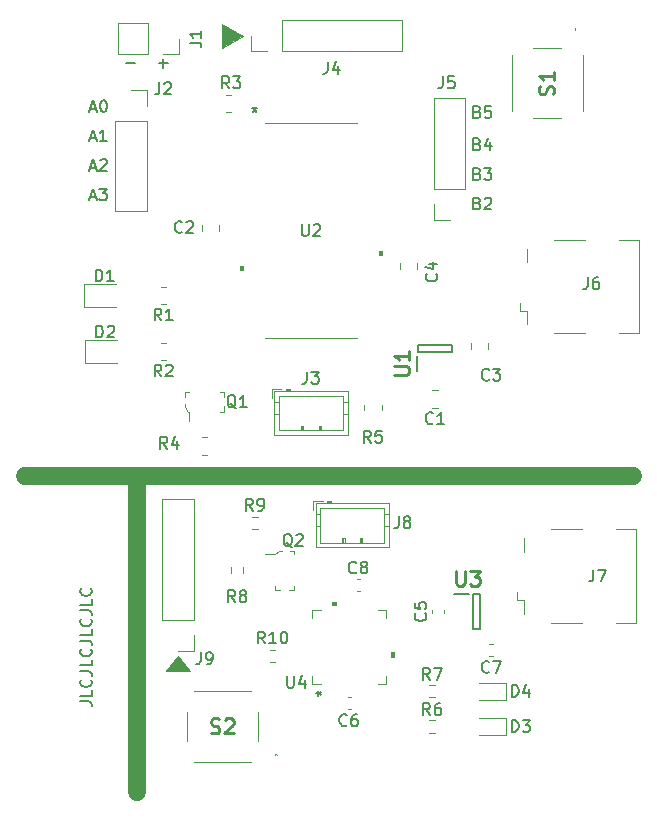
<source format=gbr>
G04 #@! TF.GenerationSoftware,KiCad,Pcbnew,(5.1.8)-1*
G04 #@! TF.CreationDate,2021-08-02T19:11:59-06:00*
G04 #@! TF.ProjectId,RCtoUSB,5243746f-5553-4422-9e6b-696361645f70,rev?*
G04 #@! TF.SameCoordinates,Original*
G04 #@! TF.FileFunction,Legend,Top*
G04 #@! TF.FilePolarity,Positive*
%FSLAX46Y46*%
G04 Gerber Fmt 4.6, Leading zero omitted, Abs format (unit mm)*
G04 Created by KiCad (PCBNEW (5.1.8)-1) date 2021-08-02 19:11:59*
%MOMM*%
%LPD*%
G01*
G04 APERTURE LIST*
%ADD10C,0.150000*%
%ADD11C,0.100000*%
%ADD12C,1.500000*%
%ADD13C,0.120000*%
%ADD14C,0.200000*%
%ADD15C,0.254000*%
G04 APERTURE END LIST*
D10*
X82452380Y-123619047D02*
X83166666Y-123619047D01*
X83309523Y-123666666D01*
X83404761Y-123761904D01*
X83452380Y-123904761D01*
X83452380Y-124000000D01*
X83452380Y-122666666D02*
X83452380Y-123142857D01*
X82452380Y-123142857D01*
X83357142Y-121761904D02*
X83404761Y-121809523D01*
X83452380Y-121952380D01*
X83452380Y-122047619D01*
X83404761Y-122190476D01*
X83309523Y-122285714D01*
X83214285Y-122333333D01*
X83023809Y-122380952D01*
X82880952Y-122380952D01*
X82690476Y-122333333D01*
X82595238Y-122285714D01*
X82500000Y-122190476D01*
X82452380Y-122047619D01*
X82452380Y-121952380D01*
X82500000Y-121809523D01*
X82547619Y-121761904D01*
X82452380Y-121047619D02*
X83166666Y-121047619D01*
X83309523Y-121095238D01*
X83404761Y-121190476D01*
X83452380Y-121333333D01*
X83452380Y-121428571D01*
X83452380Y-120095238D02*
X83452380Y-120571428D01*
X82452380Y-120571428D01*
X83357142Y-119190476D02*
X83404761Y-119238095D01*
X83452380Y-119380952D01*
X83452380Y-119476190D01*
X83404761Y-119619047D01*
X83309523Y-119714285D01*
X83214285Y-119761904D01*
X83023809Y-119809523D01*
X82880952Y-119809523D01*
X82690476Y-119761904D01*
X82595238Y-119714285D01*
X82500000Y-119619047D01*
X82452380Y-119476190D01*
X82452380Y-119380952D01*
X82500000Y-119238095D01*
X82547619Y-119190476D01*
X82452380Y-118476190D02*
X83166666Y-118476190D01*
X83309523Y-118523809D01*
X83404761Y-118619047D01*
X83452380Y-118761904D01*
X83452380Y-118857142D01*
X83452380Y-117523809D02*
X83452380Y-118000000D01*
X82452380Y-118000000D01*
X83357142Y-116619047D02*
X83404761Y-116666666D01*
X83452380Y-116809523D01*
X83452380Y-116904761D01*
X83404761Y-117047619D01*
X83309523Y-117142857D01*
X83214285Y-117190476D01*
X83023809Y-117238095D01*
X82880952Y-117238095D01*
X82690476Y-117190476D01*
X82595238Y-117142857D01*
X82500000Y-117047619D01*
X82452380Y-116904761D01*
X82452380Y-116809523D01*
X82500000Y-116666666D01*
X82547619Y-116619047D01*
X82452380Y-115904761D02*
X83166666Y-115904761D01*
X83309523Y-115952380D01*
X83404761Y-116047619D01*
X83452380Y-116190476D01*
X83452380Y-116285714D01*
X83452380Y-114952380D02*
X83452380Y-115428571D01*
X82452380Y-115428571D01*
X83357142Y-114047619D02*
X83404761Y-114095238D01*
X83452380Y-114238095D01*
X83452380Y-114333333D01*
X83404761Y-114476190D01*
X83309523Y-114571428D01*
X83214285Y-114619047D01*
X83023809Y-114666666D01*
X82880952Y-114666666D01*
X82690476Y-114619047D01*
X82595238Y-114571428D01*
X82500000Y-114476190D01*
X82452380Y-114333333D01*
X82452380Y-114238095D01*
X82500000Y-114095238D01*
X82547619Y-114047619D01*
X116095238Y-73678571D02*
X116238095Y-73726190D01*
X116285714Y-73773809D01*
X116333333Y-73869047D01*
X116333333Y-74011904D01*
X116285714Y-74107142D01*
X116238095Y-74154761D01*
X116142857Y-74202380D01*
X115761904Y-74202380D01*
X115761904Y-73202380D01*
X116095238Y-73202380D01*
X116190476Y-73250000D01*
X116238095Y-73297619D01*
X116285714Y-73392857D01*
X116285714Y-73488095D01*
X116238095Y-73583333D01*
X116190476Y-73630952D01*
X116095238Y-73678571D01*
X115761904Y-73678571D01*
X117238095Y-73202380D02*
X116761904Y-73202380D01*
X116714285Y-73678571D01*
X116761904Y-73630952D01*
X116857142Y-73583333D01*
X117095238Y-73583333D01*
X117190476Y-73630952D01*
X117238095Y-73678571D01*
X117285714Y-73773809D01*
X117285714Y-74011904D01*
X117238095Y-74107142D01*
X117190476Y-74154761D01*
X117095238Y-74202380D01*
X116857142Y-74202380D01*
X116761904Y-74154761D01*
X116714285Y-74107142D01*
X116095238Y-76428571D02*
X116238095Y-76476190D01*
X116285714Y-76523809D01*
X116333333Y-76619047D01*
X116333333Y-76761904D01*
X116285714Y-76857142D01*
X116238095Y-76904761D01*
X116142857Y-76952380D01*
X115761904Y-76952380D01*
X115761904Y-75952380D01*
X116095238Y-75952380D01*
X116190476Y-76000000D01*
X116238095Y-76047619D01*
X116285714Y-76142857D01*
X116285714Y-76238095D01*
X116238095Y-76333333D01*
X116190476Y-76380952D01*
X116095238Y-76428571D01*
X115761904Y-76428571D01*
X117190476Y-76285714D02*
X117190476Y-76952380D01*
X116952380Y-75904761D02*
X116714285Y-76619047D01*
X117333333Y-76619047D01*
X116095238Y-78928571D02*
X116238095Y-78976190D01*
X116285714Y-79023809D01*
X116333333Y-79119047D01*
X116333333Y-79261904D01*
X116285714Y-79357142D01*
X116238095Y-79404761D01*
X116142857Y-79452380D01*
X115761904Y-79452380D01*
X115761904Y-78452380D01*
X116095238Y-78452380D01*
X116190476Y-78500000D01*
X116238095Y-78547619D01*
X116285714Y-78642857D01*
X116285714Y-78738095D01*
X116238095Y-78833333D01*
X116190476Y-78880952D01*
X116095238Y-78928571D01*
X115761904Y-78928571D01*
X116666666Y-78452380D02*
X117285714Y-78452380D01*
X116952380Y-78833333D01*
X117095238Y-78833333D01*
X117190476Y-78880952D01*
X117238095Y-78928571D01*
X117285714Y-79023809D01*
X117285714Y-79261904D01*
X117238095Y-79357142D01*
X117190476Y-79404761D01*
X117095238Y-79452380D01*
X116809523Y-79452380D01*
X116714285Y-79404761D01*
X116666666Y-79357142D01*
X116095238Y-81428571D02*
X116238095Y-81476190D01*
X116285714Y-81523809D01*
X116333333Y-81619047D01*
X116333333Y-81761904D01*
X116285714Y-81857142D01*
X116238095Y-81904761D01*
X116142857Y-81952380D01*
X115761904Y-81952380D01*
X115761904Y-80952380D01*
X116095238Y-80952380D01*
X116190476Y-81000000D01*
X116238095Y-81047619D01*
X116285714Y-81142857D01*
X116285714Y-81238095D01*
X116238095Y-81333333D01*
X116190476Y-81380952D01*
X116095238Y-81428571D01*
X115761904Y-81428571D01*
X116714285Y-81047619D02*
X116761904Y-81000000D01*
X116857142Y-80952380D01*
X117095238Y-80952380D01*
X117190476Y-81000000D01*
X117238095Y-81047619D01*
X117285714Y-81142857D01*
X117285714Y-81238095D01*
X117238095Y-81380952D01*
X116666666Y-81952380D01*
X117285714Y-81952380D01*
X83285714Y-80916666D02*
X83761904Y-80916666D01*
X83190476Y-81202380D02*
X83523809Y-80202380D01*
X83857142Y-81202380D01*
X84095238Y-80202380D02*
X84714285Y-80202380D01*
X84380952Y-80583333D01*
X84523809Y-80583333D01*
X84619047Y-80630952D01*
X84666666Y-80678571D01*
X84714285Y-80773809D01*
X84714285Y-81011904D01*
X84666666Y-81107142D01*
X84619047Y-81154761D01*
X84523809Y-81202380D01*
X84238095Y-81202380D01*
X84142857Y-81154761D01*
X84095238Y-81107142D01*
X83285714Y-78416666D02*
X83761904Y-78416666D01*
X83190476Y-78702380D02*
X83523809Y-77702380D01*
X83857142Y-78702380D01*
X84142857Y-77797619D02*
X84190476Y-77750000D01*
X84285714Y-77702380D01*
X84523809Y-77702380D01*
X84619047Y-77750000D01*
X84666666Y-77797619D01*
X84714285Y-77892857D01*
X84714285Y-77988095D01*
X84666666Y-78130952D01*
X84095238Y-78702380D01*
X84714285Y-78702380D01*
X83285714Y-75916666D02*
X83761904Y-75916666D01*
X83190476Y-76202380D02*
X83523809Y-75202380D01*
X83857142Y-76202380D01*
X84714285Y-76202380D02*
X84142857Y-76202380D01*
X84428571Y-76202380D02*
X84428571Y-75202380D01*
X84333333Y-75345238D01*
X84238095Y-75440476D01*
X84142857Y-75488095D01*
X83285714Y-73416666D02*
X83761904Y-73416666D01*
X83190476Y-73702380D02*
X83523809Y-72702380D01*
X83857142Y-73702380D01*
X84380952Y-72702380D02*
X84476190Y-72702380D01*
X84571428Y-72750000D01*
X84619047Y-72797619D01*
X84666666Y-72892857D01*
X84714285Y-73083333D01*
X84714285Y-73321428D01*
X84666666Y-73511904D01*
X84619047Y-73607142D01*
X84571428Y-73654761D01*
X84476190Y-73702380D01*
X84380952Y-73702380D01*
X84285714Y-73654761D01*
X84238095Y-73607142D01*
X84190476Y-73511904D01*
X84142857Y-73321428D01*
X84142857Y-73083333D01*
X84190476Y-72892857D01*
X84238095Y-72797619D01*
X84285714Y-72750000D01*
X84380952Y-72702380D01*
X86369047Y-69571428D02*
X87130952Y-69571428D01*
X89119047Y-69571428D02*
X89880952Y-69571428D01*
X89500000Y-69952380D02*
X89500000Y-69190476D01*
D11*
G36*
X96250000Y-67250000D02*
G01*
X94500000Y-68250000D01*
X94500000Y-66250000D01*
X96250000Y-67250000D01*
G37*
X96250000Y-67250000D02*
X94500000Y-68250000D01*
X94500000Y-66250000D01*
X96250000Y-67250000D01*
G36*
X91750000Y-121000000D02*
G01*
X89750000Y-121000000D01*
X90750000Y-119750000D01*
X91750000Y-121000000D01*
G37*
X91750000Y-121000000D02*
X89750000Y-121000000D01*
X90750000Y-119750000D01*
X91750000Y-121000000D01*
D12*
X87250000Y-105250000D02*
X87250000Y-131250000D01*
X129250000Y-104500000D02*
X77750000Y-104500000D01*
D13*
X98512742Y-120272500D02*
X98987258Y-120272500D01*
X98512742Y-119227500D02*
X98987258Y-119227500D01*
X97487258Y-107977500D02*
X97012742Y-107977500D01*
X97487258Y-109022500D02*
X97012742Y-109022500D01*
X95227500Y-112262742D02*
X95227500Y-112737258D01*
X96272500Y-112262742D02*
X96272500Y-112737258D01*
X112012742Y-123272500D02*
X112487258Y-123272500D01*
X112012742Y-122227500D02*
X112487258Y-122227500D01*
X112012742Y-126272500D02*
X112487258Y-126272500D01*
X112012742Y-125227500D02*
X112487258Y-125227500D01*
X118485000Y-122015000D02*
X116200000Y-122015000D01*
X118485000Y-123485000D02*
X118485000Y-122015000D01*
X116200000Y-123485000D02*
X118485000Y-123485000D01*
X118485000Y-125015000D02*
X116200000Y-125015000D01*
X118485000Y-126485000D02*
X118485000Y-125015000D01*
X116200000Y-126485000D02*
X118485000Y-126485000D01*
X105859420Y-114260000D02*
X106140580Y-114260000D01*
X105859420Y-113240000D02*
X106140580Y-113240000D01*
X117109420Y-119760000D02*
X117390580Y-119760000D01*
X117109420Y-118740000D02*
X117390580Y-118740000D01*
X105109420Y-124260000D02*
X105390580Y-124260000D01*
X105109420Y-123240000D02*
X105390580Y-123240000D01*
X113260000Y-116140580D02*
X113260000Y-115859420D01*
X112240000Y-116140580D02*
X112240000Y-115859420D01*
D11*
G36*
X103759500Y-115190000D02*
G01*
X104140500Y-115190000D01*
X104140500Y-115444000D01*
X103759500Y-115444000D01*
X103759500Y-115190000D01*
G37*
X103759500Y-115190000D02*
X104140500Y-115190000D01*
X104140500Y-115444000D01*
X103759500Y-115444000D01*
X103759500Y-115190000D01*
G36*
X108806000Y-119840499D02*
G01*
X109060000Y-119840499D01*
X109060000Y-119459499D01*
X108806000Y-119459499D01*
X108806000Y-119840499D01*
G37*
X108806000Y-119840499D02*
X109060000Y-119840499D01*
X109060000Y-119459499D01*
X108806000Y-119459499D01*
X108806000Y-119840499D01*
D13*
X102125800Y-121435139D02*
X102125800Y-122124200D01*
X102814861Y-115875800D02*
X102125800Y-115875800D01*
X108374200Y-116564861D02*
X108374200Y-115875800D01*
X107685139Y-122124200D02*
X108374200Y-122124200D01*
X102125800Y-122124200D02*
X102814859Y-122124200D01*
X102125800Y-115875800D02*
X102125800Y-116564859D01*
X108374200Y-115875800D02*
X107685141Y-115875800D01*
X108374200Y-122124200D02*
X108374200Y-121435141D01*
D14*
X114150000Y-114500000D02*
X115350000Y-114500000D01*
X115700000Y-117460000D02*
X115700000Y-114540000D01*
X116300000Y-117460000D02*
X115700000Y-117460000D01*
X116300000Y-114540000D02*
X116300000Y-117460000D01*
X115700000Y-114540000D02*
X116300000Y-114540000D01*
D11*
G36*
X108019800Y-85464500D02*
G01*
X108019800Y-85845500D01*
X107765800Y-85845500D01*
X107765800Y-85464500D01*
X108019800Y-85464500D01*
G37*
X108019800Y-85464500D02*
X108019800Y-85845500D01*
X107765800Y-85845500D01*
X107765800Y-85464500D01*
X108019800Y-85464500D01*
G36*
X95980200Y-86734500D02*
G01*
X95980200Y-87115500D01*
X96234200Y-87115500D01*
X96234200Y-86734500D01*
X95980200Y-86734500D01*
G37*
X95980200Y-86734500D02*
X95980200Y-87115500D01*
X96234200Y-87115500D01*
X96234200Y-86734500D01*
X95980200Y-86734500D01*
D13*
X105873500Y-74669500D02*
X98126500Y-74669500D01*
X98126500Y-92830500D02*
X105873500Y-92830500D01*
D14*
X111000000Y-95600000D02*
X111000000Y-94400000D01*
X113960000Y-94050000D02*
X111040000Y-94050000D01*
X113960000Y-93450000D02*
X113960000Y-94050000D01*
X111040000Y-93450000D02*
X113960000Y-93450000D01*
X111040000Y-94050000D02*
X111040000Y-93450000D01*
D11*
X99000000Y-128150000D02*
X99000000Y-128150000D01*
X99100000Y-128150000D02*
X99100000Y-128150000D01*
X97495000Y-126950000D02*
X97500000Y-124550000D01*
X91500000Y-126950000D02*
X91500000Y-124550000D01*
X92100000Y-122750000D02*
X96900000Y-122750000D01*
X92100000Y-128745000D02*
X96900000Y-128745000D01*
X99100000Y-128150000D02*
G75*
G02*
X99000000Y-128150000I-50000J0D01*
G01*
X99000000Y-128150000D02*
G75*
G02*
X99100000Y-128150000I50000J0D01*
G01*
X124400000Y-66750000D02*
X124400000Y-66750000D01*
X124400000Y-66650000D02*
X124400000Y-66650000D01*
X123200000Y-68255000D02*
X120800000Y-68250000D01*
X123200000Y-74250000D02*
X120800000Y-74250000D01*
X119000000Y-73650000D02*
X119000000Y-68850000D01*
X124995000Y-73650000D02*
X124995000Y-68850000D01*
X124400000Y-66650000D02*
G75*
G02*
X124400000Y-66750000I0J-50000D01*
G01*
X124400000Y-66750000D02*
G75*
G02*
X124400000Y-66650000I0J50000D01*
G01*
D13*
X107985000Y-98977064D02*
X107985000Y-98522936D01*
X106515000Y-98977064D02*
X106515000Y-98522936D01*
X92772936Y-102735000D02*
X93227064Y-102735000D01*
X92772936Y-101265000D02*
X93227064Y-101265000D01*
X95227064Y-72265000D02*
X94772936Y-72265000D01*
X95227064Y-73735000D02*
X94772936Y-73735000D01*
X89727064Y-93265000D02*
X89272936Y-93265000D01*
X89727064Y-94735000D02*
X89272936Y-94735000D01*
X89727064Y-88515000D02*
X89272936Y-88515000D01*
X89727064Y-89985000D02*
X89272936Y-89985000D01*
D11*
X100575000Y-110850000D02*
X100575000Y-111150000D01*
X100200000Y-110850000D02*
X100575000Y-110850000D01*
X100575000Y-114150000D02*
X100125000Y-114150000D01*
X100575000Y-113850000D02*
X100575000Y-114150000D01*
X100575000Y-113925000D02*
X100575000Y-113800000D01*
X98925000Y-114150000D02*
X98925000Y-113800000D01*
X99400000Y-114150000D02*
X98925000Y-114150000D01*
X98925000Y-111175000D02*
X98150000Y-111175000D01*
X98925000Y-111125000D02*
X98925000Y-111175000D01*
X99300000Y-110850000D02*
X98925000Y-111125000D01*
X99575000Y-110850000D02*
X99300000Y-110850000D01*
X91350000Y-97425000D02*
X91650000Y-97425000D01*
X91350000Y-97800000D02*
X91350000Y-97425000D01*
X94650000Y-97425000D02*
X94650000Y-97875000D01*
X94350000Y-97425000D02*
X94650000Y-97425000D01*
X94425000Y-97425000D02*
X94300000Y-97425000D01*
X94650000Y-99075000D02*
X94300000Y-99075000D01*
X94650000Y-98600000D02*
X94650000Y-99075000D01*
X91675000Y-99075000D02*
X91675000Y-99850000D01*
X91625000Y-99075000D02*
X91675000Y-99075000D01*
X91350000Y-98700000D02*
X91625000Y-99075000D01*
X91350000Y-98425000D02*
X91350000Y-98700000D01*
D13*
X92080000Y-119330000D02*
X90750000Y-119330000D01*
X92080000Y-118000000D02*
X92080000Y-119330000D01*
X92080000Y-116730000D02*
X89420000Y-116730000D01*
X89420000Y-116730000D02*
X89420000Y-106510000D01*
X92080000Y-116730000D02*
X92080000Y-106510000D01*
X92080000Y-106510000D02*
X89420000Y-106510000D01*
X102190000Y-106640000D02*
X102190000Y-107440000D01*
X102990000Y-106640000D02*
X102190000Y-106640000D01*
X106250000Y-110160000D02*
X106250000Y-109760000D01*
X106350000Y-109760000D02*
X106350000Y-110160000D01*
X106150000Y-109760000D02*
X106350000Y-109760000D01*
X106150000Y-110160000D02*
X106150000Y-109760000D01*
X104750000Y-110160000D02*
X104750000Y-109760000D01*
X104850000Y-109760000D02*
X104850000Y-110160000D01*
X104650000Y-109760000D02*
X104850000Y-109760000D01*
X104650000Y-110160000D02*
X104650000Y-109760000D01*
X108610000Y-108750000D02*
X108210000Y-108750000D01*
X108610000Y-107750000D02*
X108210000Y-107750000D01*
X102390000Y-108750000D02*
X102790000Y-108750000D01*
X102390000Y-107750000D02*
X102790000Y-107750000D01*
X108210000Y-107240000D02*
X102790000Y-107240000D01*
X108210000Y-110160000D02*
X108210000Y-107240000D01*
X102790000Y-110160000D02*
X108210000Y-110160000D01*
X102790000Y-107240000D02*
X102790000Y-110160000D01*
X103700000Y-106740000D02*
X103400000Y-106740000D01*
X103400000Y-106640000D02*
X103400000Y-106840000D01*
X103700000Y-106640000D02*
X103400000Y-106640000D01*
X103700000Y-106840000D02*
X103700000Y-106640000D01*
X108610000Y-106840000D02*
X102390000Y-106840000D01*
X108610000Y-110560000D02*
X108610000Y-106840000D01*
X102390000Y-110560000D02*
X108610000Y-110560000D01*
X102390000Y-106840000D02*
X102390000Y-110560000D01*
X129510000Y-109040000D02*
X127850000Y-109040000D01*
X129510000Y-116960000D02*
X129510000Y-109040000D01*
X127850000Y-116960000D02*
X129510000Y-116960000D01*
X120040000Y-110950000D02*
X120040000Y-109800000D01*
X119450000Y-115050000D02*
X119450000Y-114350000D01*
X120040000Y-115050000D02*
X119450000Y-115050000D01*
X120040000Y-116200000D02*
X120040000Y-115050000D01*
X122350000Y-109040000D02*
X124950000Y-109040000D01*
X124950000Y-116960000D02*
X122350000Y-116960000D01*
X129760000Y-84540000D02*
X128100000Y-84540000D01*
X129760000Y-92460000D02*
X129760000Y-84540000D01*
X128100000Y-92460000D02*
X129760000Y-92460000D01*
X120290000Y-86450000D02*
X120290000Y-85300000D01*
X119700000Y-90550000D02*
X119700000Y-89850000D01*
X120290000Y-90550000D02*
X119700000Y-90550000D01*
X120290000Y-91700000D02*
X120290000Y-90550000D01*
X122600000Y-84540000D02*
X125200000Y-84540000D01*
X125200000Y-92460000D02*
X122600000Y-92460000D01*
X113750000Y-82830000D02*
X112420000Y-82830000D01*
X112420000Y-82830000D02*
X112420000Y-81500000D01*
X112420000Y-80230000D02*
X112420000Y-72550000D01*
X115080000Y-72550000D02*
X112420000Y-72550000D01*
X115080000Y-80230000D02*
X115080000Y-72550000D01*
X115080000Y-80230000D02*
X112420000Y-80230000D01*
X96920000Y-68580000D02*
X96920000Y-67250000D01*
X98250000Y-68580000D02*
X96920000Y-68580000D01*
X99520000Y-68580000D02*
X99520000Y-65920000D01*
X99520000Y-65920000D02*
X109740000Y-65920000D01*
X99520000Y-68580000D02*
X109740000Y-68580000D01*
X109740000Y-68580000D02*
X109740000Y-65920000D01*
X98690000Y-97140000D02*
X98690000Y-97940000D01*
X99490000Y-97140000D02*
X98690000Y-97140000D01*
X102750000Y-100660000D02*
X102750000Y-100260000D01*
X102850000Y-100260000D02*
X102850000Y-100660000D01*
X102650000Y-100260000D02*
X102850000Y-100260000D01*
X102650000Y-100660000D02*
X102650000Y-100260000D01*
X101250000Y-100660000D02*
X101250000Y-100260000D01*
X101350000Y-100260000D02*
X101350000Y-100660000D01*
X101150000Y-100260000D02*
X101350000Y-100260000D01*
X101150000Y-100660000D02*
X101150000Y-100260000D01*
X105110000Y-99250000D02*
X104710000Y-99250000D01*
X105110000Y-98250000D02*
X104710000Y-98250000D01*
X98890000Y-99250000D02*
X99290000Y-99250000D01*
X98890000Y-98250000D02*
X99290000Y-98250000D01*
X104710000Y-97740000D02*
X99290000Y-97740000D01*
X104710000Y-100660000D02*
X104710000Y-97740000D01*
X99290000Y-100660000D02*
X104710000Y-100660000D01*
X99290000Y-97740000D02*
X99290000Y-100660000D01*
X100200000Y-97240000D02*
X99900000Y-97240000D01*
X99900000Y-97140000D02*
X99900000Y-97340000D01*
X100200000Y-97140000D02*
X99900000Y-97140000D01*
X100200000Y-97340000D02*
X100200000Y-97140000D01*
X105110000Y-97340000D02*
X98890000Y-97340000D01*
X105110000Y-101060000D02*
X105110000Y-97340000D01*
X98890000Y-101060000D02*
X105110000Y-101060000D01*
X98890000Y-97340000D02*
X98890000Y-101060000D01*
X86750000Y-71840000D02*
X88080000Y-71840000D01*
X88080000Y-71840000D02*
X88080000Y-73170000D01*
X88080000Y-74440000D02*
X88080000Y-82120000D01*
X85420000Y-82120000D02*
X88080000Y-82120000D01*
X85420000Y-74440000D02*
X85420000Y-82120000D01*
X85420000Y-74440000D02*
X88080000Y-74440000D01*
X90830000Y-67500000D02*
X90830000Y-68830000D01*
X90830000Y-68830000D02*
X89500000Y-68830000D01*
X88230000Y-68830000D02*
X85630000Y-68830000D01*
X85630000Y-66170000D02*
X85630000Y-68830000D01*
X88230000Y-66170000D02*
X85630000Y-66170000D01*
X88230000Y-66170000D02*
X88230000Y-68830000D01*
X82877500Y-94960000D02*
X85562500Y-94960000D01*
X82877500Y-93040000D02*
X82877500Y-94960000D01*
X85562500Y-93040000D02*
X82877500Y-93040000D01*
X82815000Y-90210000D02*
X85500000Y-90210000D01*
X82815000Y-88290000D02*
X82815000Y-90210000D01*
X85500000Y-88290000D02*
X82815000Y-88290000D01*
X109515000Y-86488748D02*
X109515000Y-87011252D01*
X110985000Y-86488748D02*
X110985000Y-87011252D01*
X115515000Y-93238748D02*
X115515000Y-93761252D01*
X116985000Y-93238748D02*
X116985000Y-93761252D01*
X92765000Y-83238748D02*
X92765000Y-83761252D01*
X94235000Y-83238748D02*
X94235000Y-83761252D01*
X112761252Y-97265000D02*
X112238748Y-97265000D01*
X112761252Y-98735000D02*
X112238748Y-98735000D01*
D10*
X98107142Y-118702380D02*
X97773809Y-118226190D01*
X97535714Y-118702380D02*
X97535714Y-117702380D01*
X97916666Y-117702380D01*
X98011904Y-117750000D01*
X98059523Y-117797619D01*
X98107142Y-117892857D01*
X98107142Y-118035714D01*
X98059523Y-118130952D01*
X98011904Y-118178571D01*
X97916666Y-118226190D01*
X97535714Y-118226190D01*
X99059523Y-118702380D02*
X98488095Y-118702380D01*
X98773809Y-118702380D02*
X98773809Y-117702380D01*
X98678571Y-117845238D01*
X98583333Y-117940476D01*
X98488095Y-117988095D01*
X99678571Y-117702380D02*
X99773809Y-117702380D01*
X99869047Y-117750000D01*
X99916666Y-117797619D01*
X99964285Y-117892857D01*
X100011904Y-118083333D01*
X100011904Y-118321428D01*
X99964285Y-118511904D01*
X99916666Y-118607142D01*
X99869047Y-118654761D01*
X99773809Y-118702380D01*
X99678571Y-118702380D01*
X99583333Y-118654761D01*
X99535714Y-118607142D01*
X99488095Y-118511904D01*
X99440476Y-118321428D01*
X99440476Y-118083333D01*
X99488095Y-117892857D01*
X99535714Y-117797619D01*
X99583333Y-117750000D01*
X99678571Y-117702380D01*
X97083333Y-107452380D02*
X96750000Y-106976190D01*
X96511904Y-107452380D02*
X96511904Y-106452380D01*
X96892857Y-106452380D01*
X96988095Y-106500000D01*
X97035714Y-106547619D01*
X97083333Y-106642857D01*
X97083333Y-106785714D01*
X97035714Y-106880952D01*
X96988095Y-106928571D01*
X96892857Y-106976190D01*
X96511904Y-106976190D01*
X97559523Y-107452380D02*
X97750000Y-107452380D01*
X97845238Y-107404761D01*
X97892857Y-107357142D01*
X97988095Y-107214285D01*
X98035714Y-107023809D01*
X98035714Y-106642857D01*
X97988095Y-106547619D01*
X97940476Y-106500000D01*
X97845238Y-106452380D01*
X97654761Y-106452380D01*
X97559523Y-106500000D01*
X97511904Y-106547619D01*
X97464285Y-106642857D01*
X97464285Y-106880952D01*
X97511904Y-106976190D01*
X97559523Y-107023809D01*
X97654761Y-107071428D01*
X97845238Y-107071428D01*
X97940476Y-107023809D01*
X97988095Y-106976190D01*
X98035714Y-106880952D01*
X95583333Y-115202380D02*
X95250000Y-114726190D01*
X95011904Y-115202380D02*
X95011904Y-114202380D01*
X95392857Y-114202380D01*
X95488095Y-114250000D01*
X95535714Y-114297619D01*
X95583333Y-114392857D01*
X95583333Y-114535714D01*
X95535714Y-114630952D01*
X95488095Y-114678571D01*
X95392857Y-114726190D01*
X95011904Y-114726190D01*
X96154761Y-114630952D02*
X96059523Y-114583333D01*
X96011904Y-114535714D01*
X95964285Y-114440476D01*
X95964285Y-114392857D01*
X96011904Y-114297619D01*
X96059523Y-114250000D01*
X96154761Y-114202380D01*
X96345238Y-114202380D01*
X96440476Y-114250000D01*
X96488095Y-114297619D01*
X96535714Y-114392857D01*
X96535714Y-114440476D01*
X96488095Y-114535714D01*
X96440476Y-114583333D01*
X96345238Y-114630952D01*
X96154761Y-114630952D01*
X96059523Y-114678571D01*
X96011904Y-114726190D01*
X95964285Y-114821428D01*
X95964285Y-115011904D01*
X96011904Y-115107142D01*
X96059523Y-115154761D01*
X96154761Y-115202380D01*
X96345238Y-115202380D01*
X96440476Y-115154761D01*
X96488095Y-115107142D01*
X96535714Y-115011904D01*
X96535714Y-114821428D01*
X96488095Y-114726190D01*
X96440476Y-114678571D01*
X96345238Y-114630952D01*
X112083333Y-121772380D02*
X111750000Y-121296190D01*
X111511904Y-121772380D02*
X111511904Y-120772380D01*
X111892857Y-120772380D01*
X111988095Y-120820000D01*
X112035714Y-120867619D01*
X112083333Y-120962857D01*
X112083333Y-121105714D01*
X112035714Y-121200952D01*
X111988095Y-121248571D01*
X111892857Y-121296190D01*
X111511904Y-121296190D01*
X112416666Y-120772380D02*
X113083333Y-120772380D01*
X112654761Y-121772380D01*
X112083333Y-124772380D02*
X111750000Y-124296190D01*
X111511904Y-124772380D02*
X111511904Y-123772380D01*
X111892857Y-123772380D01*
X111988095Y-123820000D01*
X112035714Y-123867619D01*
X112083333Y-123962857D01*
X112083333Y-124105714D01*
X112035714Y-124200952D01*
X111988095Y-124248571D01*
X111892857Y-124296190D01*
X111511904Y-124296190D01*
X112940476Y-123772380D02*
X112750000Y-123772380D01*
X112654761Y-123820000D01*
X112607142Y-123867619D01*
X112511904Y-124010476D01*
X112464285Y-124200952D01*
X112464285Y-124581904D01*
X112511904Y-124677142D01*
X112559523Y-124724761D01*
X112654761Y-124772380D01*
X112845238Y-124772380D01*
X112940476Y-124724761D01*
X112988095Y-124677142D01*
X113035714Y-124581904D01*
X113035714Y-124343809D01*
X112988095Y-124248571D01*
X112940476Y-124200952D01*
X112845238Y-124153333D01*
X112654761Y-124153333D01*
X112559523Y-124200952D01*
X112511904Y-124248571D01*
X112464285Y-124343809D01*
X119011904Y-123202380D02*
X119011904Y-122202380D01*
X119250000Y-122202380D01*
X119392857Y-122250000D01*
X119488095Y-122345238D01*
X119535714Y-122440476D01*
X119583333Y-122630952D01*
X119583333Y-122773809D01*
X119535714Y-122964285D01*
X119488095Y-123059523D01*
X119392857Y-123154761D01*
X119250000Y-123202380D01*
X119011904Y-123202380D01*
X120440476Y-122535714D02*
X120440476Y-123202380D01*
X120202380Y-122154761D02*
X119964285Y-122869047D01*
X120583333Y-122869047D01*
X119011904Y-126202380D02*
X119011904Y-125202380D01*
X119250000Y-125202380D01*
X119392857Y-125250000D01*
X119488095Y-125345238D01*
X119535714Y-125440476D01*
X119583333Y-125630952D01*
X119583333Y-125773809D01*
X119535714Y-125964285D01*
X119488095Y-126059523D01*
X119392857Y-126154761D01*
X119250000Y-126202380D01*
X119011904Y-126202380D01*
X119916666Y-125202380D02*
X120535714Y-125202380D01*
X120202380Y-125583333D01*
X120345238Y-125583333D01*
X120440476Y-125630952D01*
X120488095Y-125678571D01*
X120535714Y-125773809D01*
X120535714Y-126011904D01*
X120488095Y-126107142D01*
X120440476Y-126154761D01*
X120345238Y-126202380D01*
X120059523Y-126202380D01*
X119964285Y-126154761D01*
X119916666Y-126107142D01*
X105833333Y-112677142D02*
X105785714Y-112724761D01*
X105642857Y-112772380D01*
X105547619Y-112772380D01*
X105404761Y-112724761D01*
X105309523Y-112629523D01*
X105261904Y-112534285D01*
X105214285Y-112343809D01*
X105214285Y-112200952D01*
X105261904Y-112010476D01*
X105309523Y-111915238D01*
X105404761Y-111820000D01*
X105547619Y-111772380D01*
X105642857Y-111772380D01*
X105785714Y-111820000D01*
X105833333Y-111867619D01*
X106404761Y-112200952D02*
X106309523Y-112153333D01*
X106261904Y-112105714D01*
X106214285Y-112010476D01*
X106214285Y-111962857D01*
X106261904Y-111867619D01*
X106309523Y-111820000D01*
X106404761Y-111772380D01*
X106595238Y-111772380D01*
X106690476Y-111820000D01*
X106738095Y-111867619D01*
X106785714Y-111962857D01*
X106785714Y-112010476D01*
X106738095Y-112105714D01*
X106690476Y-112153333D01*
X106595238Y-112200952D01*
X106404761Y-112200952D01*
X106309523Y-112248571D01*
X106261904Y-112296190D01*
X106214285Y-112391428D01*
X106214285Y-112581904D01*
X106261904Y-112677142D01*
X106309523Y-112724761D01*
X106404761Y-112772380D01*
X106595238Y-112772380D01*
X106690476Y-112724761D01*
X106738095Y-112677142D01*
X106785714Y-112581904D01*
X106785714Y-112391428D01*
X106738095Y-112296190D01*
X106690476Y-112248571D01*
X106595238Y-112200952D01*
X117083333Y-121107142D02*
X117035714Y-121154761D01*
X116892857Y-121202380D01*
X116797619Y-121202380D01*
X116654761Y-121154761D01*
X116559523Y-121059523D01*
X116511904Y-120964285D01*
X116464285Y-120773809D01*
X116464285Y-120630952D01*
X116511904Y-120440476D01*
X116559523Y-120345238D01*
X116654761Y-120250000D01*
X116797619Y-120202380D01*
X116892857Y-120202380D01*
X117035714Y-120250000D01*
X117083333Y-120297619D01*
X117416666Y-120202380D02*
X118083333Y-120202380D01*
X117654761Y-121202380D01*
X105033333Y-125607142D02*
X104985714Y-125654761D01*
X104842857Y-125702380D01*
X104747619Y-125702380D01*
X104604761Y-125654761D01*
X104509523Y-125559523D01*
X104461904Y-125464285D01*
X104414285Y-125273809D01*
X104414285Y-125130952D01*
X104461904Y-124940476D01*
X104509523Y-124845238D01*
X104604761Y-124750000D01*
X104747619Y-124702380D01*
X104842857Y-124702380D01*
X104985714Y-124750000D01*
X105033333Y-124797619D01*
X105890476Y-124702380D02*
X105700000Y-124702380D01*
X105604761Y-124750000D01*
X105557142Y-124797619D01*
X105461904Y-124940476D01*
X105414285Y-125130952D01*
X105414285Y-125511904D01*
X105461904Y-125607142D01*
X105509523Y-125654761D01*
X105604761Y-125702380D01*
X105795238Y-125702380D01*
X105890476Y-125654761D01*
X105938095Y-125607142D01*
X105985714Y-125511904D01*
X105985714Y-125273809D01*
X105938095Y-125178571D01*
X105890476Y-125130952D01*
X105795238Y-125083333D01*
X105604761Y-125083333D01*
X105509523Y-125130952D01*
X105461904Y-125178571D01*
X105414285Y-125273809D01*
X111677142Y-116166666D02*
X111724761Y-116214285D01*
X111772380Y-116357142D01*
X111772380Y-116452380D01*
X111724761Y-116595238D01*
X111629523Y-116690476D01*
X111534285Y-116738095D01*
X111343809Y-116785714D01*
X111200952Y-116785714D01*
X111010476Y-116738095D01*
X110915238Y-116690476D01*
X110820000Y-116595238D01*
X110772380Y-116452380D01*
X110772380Y-116357142D01*
X110820000Y-116214285D01*
X110867619Y-116166666D01*
X110772380Y-115261904D02*
X110772380Y-115738095D01*
X111248571Y-115785714D01*
X111200952Y-115738095D01*
X111153333Y-115642857D01*
X111153333Y-115404761D01*
X111200952Y-115309523D01*
X111248571Y-115261904D01*
X111343809Y-115214285D01*
X111581904Y-115214285D01*
X111677142Y-115261904D01*
X111724761Y-115309523D01*
X111772380Y-115404761D01*
X111772380Y-115642857D01*
X111724761Y-115738095D01*
X111677142Y-115785714D01*
X99988095Y-121452380D02*
X99988095Y-122261904D01*
X100035714Y-122357142D01*
X100083333Y-122404761D01*
X100178571Y-122452380D01*
X100369047Y-122452380D01*
X100464285Y-122404761D01*
X100511904Y-122357142D01*
X100559523Y-122261904D01*
X100559523Y-121452380D01*
X101464285Y-121785714D02*
X101464285Y-122452380D01*
X101226190Y-121404761D02*
X100988095Y-122119047D01*
X101607142Y-122119047D01*
X102427380Y-122937000D02*
X102665476Y-122937000D01*
X102570238Y-123175095D02*
X102665476Y-122937000D01*
X102570238Y-122698904D01*
X102855952Y-123079857D02*
X102665476Y-122937000D01*
X102855952Y-122794142D01*
X102427380Y-122937000D02*
X102665476Y-122937000D01*
X102570238Y-123175095D02*
X102665476Y-122937000D01*
X102570238Y-122698904D01*
X102855952Y-123079857D02*
X102665476Y-122937000D01*
X102855952Y-122794142D01*
D15*
X114282380Y-112554523D02*
X114282380Y-113582619D01*
X114342857Y-113703571D01*
X114403333Y-113764047D01*
X114524285Y-113824523D01*
X114766190Y-113824523D01*
X114887142Y-113764047D01*
X114947619Y-113703571D01*
X115008095Y-113582619D01*
X115008095Y-112554523D01*
X115491904Y-112554523D02*
X116278095Y-112554523D01*
X115854761Y-113038333D01*
X116036190Y-113038333D01*
X116157142Y-113098809D01*
X116217619Y-113159285D01*
X116278095Y-113280238D01*
X116278095Y-113582619D01*
X116217619Y-113703571D01*
X116157142Y-113764047D01*
X116036190Y-113824523D01*
X115673333Y-113824523D01*
X115552380Y-113764047D01*
X115491904Y-113703571D01*
D10*
X101238095Y-83202380D02*
X101238095Y-84011904D01*
X101285714Y-84107142D01*
X101333333Y-84154761D01*
X101428571Y-84202380D01*
X101619047Y-84202380D01*
X101714285Y-84154761D01*
X101761904Y-84107142D01*
X101809523Y-84011904D01*
X101809523Y-83202380D01*
X102238095Y-83297619D02*
X102285714Y-83250000D01*
X102380952Y-83202380D01*
X102619047Y-83202380D01*
X102714285Y-83250000D01*
X102761904Y-83297619D01*
X102809523Y-83392857D01*
X102809523Y-83488095D01*
X102761904Y-83630952D01*
X102190476Y-84202380D01*
X102809523Y-84202380D01*
X97224800Y-73245580D02*
X97224800Y-73483676D01*
X96986704Y-73388438D02*
X97224800Y-73483676D01*
X97462895Y-73388438D01*
X97081942Y-73674152D02*
X97224800Y-73483676D01*
X97367657Y-73674152D01*
X97224800Y-73245580D02*
X97224800Y-73483676D01*
X96986704Y-73388438D02*
X97224800Y-73483676D01*
X97462895Y-73388438D01*
X97081942Y-73674152D02*
X97224800Y-73483676D01*
X97367657Y-73674152D01*
D15*
X109054523Y-95967619D02*
X110082619Y-95967619D01*
X110203571Y-95907142D01*
X110264047Y-95846666D01*
X110324523Y-95725714D01*
X110324523Y-95483809D01*
X110264047Y-95362857D01*
X110203571Y-95302380D01*
X110082619Y-95241904D01*
X109054523Y-95241904D01*
X110324523Y-93971904D02*
X110324523Y-94697619D01*
X110324523Y-94334761D02*
X109054523Y-94334761D01*
X109235952Y-94455714D01*
X109356904Y-94576666D01*
X109417380Y-94697619D01*
X93532380Y-126264047D02*
X93713809Y-126324523D01*
X94016190Y-126324523D01*
X94137142Y-126264047D01*
X94197619Y-126203571D01*
X94258095Y-126082619D01*
X94258095Y-125961666D01*
X94197619Y-125840714D01*
X94137142Y-125780238D01*
X94016190Y-125719761D01*
X93774285Y-125659285D01*
X93653333Y-125598809D01*
X93592857Y-125538333D01*
X93532380Y-125417380D01*
X93532380Y-125296428D01*
X93592857Y-125175476D01*
X93653333Y-125115000D01*
X93774285Y-125054523D01*
X94076666Y-125054523D01*
X94258095Y-125115000D01*
X94741904Y-125175476D02*
X94802380Y-125115000D01*
X94923333Y-125054523D01*
X95225714Y-125054523D01*
X95346666Y-125115000D01*
X95407142Y-125175476D01*
X95467619Y-125296428D01*
X95467619Y-125417380D01*
X95407142Y-125598809D01*
X94681428Y-126324523D01*
X95467619Y-126324523D01*
X122514047Y-72217619D02*
X122574523Y-72036190D01*
X122574523Y-71733809D01*
X122514047Y-71612857D01*
X122453571Y-71552380D01*
X122332619Y-71491904D01*
X122211666Y-71491904D01*
X122090714Y-71552380D01*
X122030238Y-71612857D01*
X121969761Y-71733809D01*
X121909285Y-71975714D01*
X121848809Y-72096666D01*
X121788333Y-72157142D01*
X121667380Y-72217619D01*
X121546428Y-72217619D01*
X121425476Y-72157142D01*
X121365000Y-72096666D01*
X121304523Y-71975714D01*
X121304523Y-71673333D01*
X121365000Y-71491904D01*
X122574523Y-70282380D02*
X122574523Y-71008095D01*
X122574523Y-70645238D02*
X121304523Y-70645238D01*
X121485952Y-70766190D01*
X121606904Y-70887142D01*
X121667380Y-71008095D01*
D10*
X107083333Y-101702380D02*
X106750000Y-101226190D01*
X106511904Y-101702380D02*
X106511904Y-100702380D01*
X106892857Y-100702380D01*
X106988095Y-100750000D01*
X107035714Y-100797619D01*
X107083333Y-100892857D01*
X107083333Y-101035714D01*
X107035714Y-101130952D01*
X106988095Y-101178571D01*
X106892857Y-101226190D01*
X106511904Y-101226190D01*
X107988095Y-100702380D02*
X107511904Y-100702380D01*
X107464285Y-101178571D01*
X107511904Y-101130952D01*
X107607142Y-101083333D01*
X107845238Y-101083333D01*
X107940476Y-101130952D01*
X107988095Y-101178571D01*
X108035714Y-101273809D01*
X108035714Y-101511904D01*
X107988095Y-101607142D01*
X107940476Y-101654761D01*
X107845238Y-101702380D01*
X107607142Y-101702380D01*
X107511904Y-101654761D01*
X107464285Y-101607142D01*
X89833333Y-102202380D02*
X89500000Y-101726190D01*
X89261904Y-102202380D02*
X89261904Y-101202380D01*
X89642857Y-101202380D01*
X89738095Y-101250000D01*
X89785714Y-101297619D01*
X89833333Y-101392857D01*
X89833333Y-101535714D01*
X89785714Y-101630952D01*
X89738095Y-101678571D01*
X89642857Y-101726190D01*
X89261904Y-101726190D01*
X90690476Y-101535714D02*
X90690476Y-102202380D01*
X90452380Y-101154761D02*
X90214285Y-101869047D01*
X90833333Y-101869047D01*
X95083333Y-71702380D02*
X94750000Y-71226190D01*
X94511904Y-71702380D02*
X94511904Y-70702380D01*
X94892857Y-70702380D01*
X94988095Y-70750000D01*
X95035714Y-70797619D01*
X95083333Y-70892857D01*
X95083333Y-71035714D01*
X95035714Y-71130952D01*
X94988095Y-71178571D01*
X94892857Y-71226190D01*
X94511904Y-71226190D01*
X95416666Y-70702380D02*
X96035714Y-70702380D01*
X95702380Y-71083333D01*
X95845238Y-71083333D01*
X95940476Y-71130952D01*
X95988095Y-71178571D01*
X96035714Y-71273809D01*
X96035714Y-71511904D01*
X95988095Y-71607142D01*
X95940476Y-71654761D01*
X95845238Y-71702380D01*
X95559523Y-71702380D01*
X95464285Y-71654761D01*
X95416666Y-71607142D01*
X89333333Y-96102380D02*
X89000000Y-95626190D01*
X88761904Y-96102380D02*
X88761904Y-95102380D01*
X89142857Y-95102380D01*
X89238095Y-95150000D01*
X89285714Y-95197619D01*
X89333333Y-95292857D01*
X89333333Y-95435714D01*
X89285714Y-95530952D01*
X89238095Y-95578571D01*
X89142857Y-95626190D01*
X88761904Y-95626190D01*
X89714285Y-95197619D02*
X89761904Y-95150000D01*
X89857142Y-95102380D01*
X90095238Y-95102380D01*
X90190476Y-95150000D01*
X90238095Y-95197619D01*
X90285714Y-95292857D01*
X90285714Y-95388095D01*
X90238095Y-95530952D01*
X89666666Y-96102380D01*
X90285714Y-96102380D01*
X89333333Y-91352380D02*
X89000000Y-90876190D01*
X88761904Y-91352380D02*
X88761904Y-90352380D01*
X89142857Y-90352380D01*
X89238095Y-90400000D01*
X89285714Y-90447619D01*
X89333333Y-90542857D01*
X89333333Y-90685714D01*
X89285714Y-90780952D01*
X89238095Y-90828571D01*
X89142857Y-90876190D01*
X88761904Y-90876190D01*
X90285714Y-91352380D02*
X89714285Y-91352380D01*
X90000000Y-91352380D02*
X90000000Y-90352380D01*
X89904761Y-90495238D01*
X89809523Y-90590476D01*
X89714285Y-90638095D01*
X100404761Y-110547619D02*
X100309523Y-110500000D01*
X100214285Y-110404761D01*
X100071428Y-110261904D01*
X99976190Y-110214285D01*
X99880952Y-110214285D01*
X99928571Y-110452380D02*
X99833333Y-110404761D01*
X99738095Y-110309523D01*
X99690476Y-110119047D01*
X99690476Y-109785714D01*
X99738095Y-109595238D01*
X99833333Y-109500000D01*
X99928571Y-109452380D01*
X100119047Y-109452380D01*
X100214285Y-109500000D01*
X100309523Y-109595238D01*
X100357142Y-109785714D01*
X100357142Y-110119047D01*
X100309523Y-110309523D01*
X100214285Y-110404761D01*
X100119047Y-110452380D01*
X99928571Y-110452380D01*
X100738095Y-109547619D02*
X100785714Y-109500000D01*
X100880952Y-109452380D01*
X101119047Y-109452380D01*
X101214285Y-109500000D01*
X101261904Y-109547619D01*
X101309523Y-109642857D01*
X101309523Y-109738095D01*
X101261904Y-109880952D01*
X100690476Y-110452380D01*
X101309523Y-110452380D01*
X95654761Y-98797619D02*
X95559523Y-98750000D01*
X95464285Y-98654761D01*
X95321428Y-98511904D01*
X95226190Y-98464285D01*
X95130952Y-98464285D01*
X95178571Y-98702380D02*
X95083333Y-98654761D01*
X94988095Y-98559523D01*
X94940476Y-98369047D01*
X94940476Y-98035714D01*
X94988095Y-97845238D01*
X95083333Y-97750000D01*
X95178571Y-97702380D01*
X95369047Y-97702380D01*
X95464285Y-97750000D01*
X95559523Y-97845238D01*
X95607142Y-98035714D01*
X95607142Y-98369047D01*
X95559523Y-98559523D01*
X95464285Y-98654761D01*
X95369047Y-98702380D01*
X95178571Y-98702380D01*
X96559523Y-98702380D02*
X95988095Y-98702380D01*
X96273809Y-98702380D02*
X96273809Y-97702380D01*
X96178571Y-97845238D01*
X96083333Y-97940476D01*
X95988095Y-97988095D01*
X92666666Y-119452380D02*
X92666666Y-120166666D01*
X92619047Y-120309523D01*
X92523809Y-120404761D01*
X92380952Y-120452380D01*
X92285714Y-120452380D01*
X93190476Y-120452380D02*
X93380952Y-120452380D01*
X93476190Y-120404761D01*
X93523809Y-120357142D01*
X93619047Y-120214285D01*
X93666666Y-120023809D01*
X93666666Y-119642857D01*
X93619047Y-119547619D01*
X93571428Y-119500000D01*
X93476190Y-119452380D01*
X93285714Y-119452380D01*
X93190476Y-119500000D01*
X93142857Y-119547619D01*
X93095238Y-119642857D01*
X93095238Y-119880952D01*
X93142857Y-119976190D01*
X93190476Y-120023809D01*
X93285714Y-120071428D01*
X93476190Y-120071428D01*
X93571428Y-120023809D01*
X93619047Y-119976190D01*
X93666666Y-119880952D01*
X109416666Y-107952380D02*
X109416666Y-108666666D01*
X109369047Y-108809523D01*
X109273809Y-108904761D01*
X109130952Y-108952380D01*
X109035714Y-108952380D01*
X110035714Y-108380952D02*
X109940476Y-108333333D01*
X109892857Y-108285714D01*
X109845238Y-108190476D01*
X109845238Y-108142857D01*
X109892857Y-108047619D01*
X109940476Y-108000000D01*
X110035714Y-107952380D01*
X110226190Y-107952380D01*
X110321428Y-108000000D01*
X110369047Y-108047619D01*
X110416666Y-108142857D01*
X110416666Y-108190476D01*
X110369047Y-108285714D01*
X110321428Y-108333333D01*
X110226190Y-108380952D01*
X110035714Y-108380952D01*
X109940476Y-108428571D01*
X109892857Y-108476190D01*
X109845238Y-108571428D01*
X109845238Y-108761904D01*
X109892857Y-108857142D01*
X109940476Y-108904761D01*
X110035714Y-108952380D01*
X110226190Y-108952380D01*
X110321428Y-108904761D01*
X110369047Y-108857142D01*
X110416666Y-108761904D01*
X110416666Y-108571428D01*
X110369047Y-108476190D01*
X110321428Y-108428571D01*
X110226190Y-108380952D01*
X125916666Y-112452380D02*
X125916666Y-113166666D01*
X125869047Y-113309523D01*
X125773809Y-113404761D01*
X125630952Y-113452380D01*
X125535714Y-113452380D01*
X126297619Y-112452380D02*
X126964285Y-112452380D01*
X126535714Y-113452380D01*
X125416666Y-87702380D02*
X125416666Y-88416666D01*
X125369047Y-88559523D01*
X125273809Y-88654761D01*
X125130952Y-88702380D01*
X125035714Y-88702380D01*
X126321428Y-87702380D02*
X126130952Y-87702380D01*
X126035714Y-87750000D01*
X125988095Y-87797619D01*
X125892857Y-87940476D01*
X125845238Y-88130952D01*
X125845238Y-88511904D01*
X125892857Y-88607142D01*
X125940476Y-88654761D01*
X126035714Y-88702380D01*
X126226190Y-88702380D01*
X126321428Y-88654761D01*
X126369047Y-88607142D01*
X126416666Y-88511904D01*
X126416666Y-88273809D01*
X126369047Y-88178571D01*
X126321428Y-88130952D01*
X126226190Y-88083333D01*
X126035714Y-88083333D01*
X125940476Y-88130952D01*
X125892857Y-88178571D01*
X125845238Y-88273809D01*
X113166666Y-70702380D02*
X113166666Y-71416666D01*
X113119047Y-71559523D01*
X113023809Y-71654761D01*
X112880952Y-71702380D01*
X112785714Y-71702380D01*
X114119047Y-70702380D02*
X113642857Y-70702380D01*
X113595238Y-71178571D01*
X113642857Y-71130952D01*
X113738095Y-71083333D01*
X113976190Y-71083333D01*
X114071428Y-71130952D01*
X114119047Y-71178571D01*
X114166666Y-71273809D01*
X114166666Y-71511904D01*
X114119047Y-71607142D01*
X114071428Y-71654761D01*
X113976190Y-71702380D01*
X113738095Y-71702380D01*
X113642857Y-71654761D01*
X113595238Y-71607142D01*
X103416666Y-69452380D02*
X103416666Y-70166666D01*
X103369047Y-70309523D01*
X103273809Y-70404761D01*
X103130952Y-70452380D01*
X103035714Y-70452380D01*
X104321428Y-69785714D02*
X104321428Y-70452380D01*
X104083333Y-69404761D02*
X103845238Y-70119047D01*
X104464285Y-70119047D01*
X101666666Y-95702380D02*
X101666666Y-96416666D01*
X101619047Y-96559523D01*
X101523809Y-96654761D01*
X101380952Y-96702380D01*
X101285714Y-96702380D01*
X102047619Y-95702380D02*
X102666666Y-95702380D01*
X102333333Y-96083333D01*
X102476190Y-96083333D01*
X102571428Y-96130952D01*
X102619047Y-96178571D01*
X102666666Y-96273809D01*
X102666666Y-96511904D01*
X102619047Y-96607142D01*
X102571428Y-96654761D01*
X102476190Y-96702380D01*
X102190476Y-96702380D01*
X102095238Y-96654761D01*
X102047619Y-96607142D01*
X89166666Y-71202380D02*
X89166666Y-71916666D01*
X89119047Y-72059523D01*
X89023809Y-72154761D01*
X88880952Y-72202380D01*
X88785714Y-72202380D01*
X89595238Y-71297619D02*
X89642857Y-71250000D01*
X89738095Y-71202380D01*
X89976190Y-71202380D01*
X90071428Y-71250000D01*
X90119047Y-71297619D01*
X90166666Y-71392857D01*
X90166666Y-71488095D01*
X90119047Y-71630952D01*
X89547619Y-72202380D01*
X90166666Y-72202380D01*
X91722380Y-67833333D02*
X92436666Y-67833333D01*
X92579523Y-67880952D01*
X92674761Y-67976190D01*
X92722380Y-68119047D01*
X92722380Y-68214285D01*
X92722380Y-66833333D02*
X92722380Y-67404761D01*
X92722380Y-67119047D02*
X91722380Y-67119047D01*
X91865238Y-67214285D01*
X91960476Y-67309523D01*
X92008095Y-67404761D01*
X83824404Y-92802380D02*
X83824404Y-91802380D01*
X84062500Y-91802380D01*
X84205357Y-91850000D01*
X84300595Y-91945238D01*
X84348214Y-92040476D01*
X84395833Y-92230952D01*
X84395833Y-92373809D01*
X84348214Y-92564285D01*
X84300595Y-92659523D01*
X84205357Y-92754761D01*
X84062500Y-92802380D01*
X83824404Y-92802380D01*
X84776785Y-91897619D02*
X84824404Y-91850000D01*
X84919642Y-91802380D01*
X85157738Y-91802380D01*
X85252976Y-91850000D01*
X85300595Y-91897619D01*
X85348214Y-91992857D01*
X85348214Y-92088095D01*
X85300595Y-92230952D01*
X84729166Y-92802380D01*
X85348214Y-92802380D01*
X83761904Y-88052380D02*
X83761904Y-87052380D01*
X84000000Y-87052380D01*
X84142857Y-87100000D01*
X84238095Y-87195238D01*
X84285714Y-87290476D01*
X84333333Y-87480952D01*
X84333333Y-87623809D01*
X84285714Y-87814285D01*
X84238095Y-87909523D01*
X84142857Y-88004761D01*
X84000000Y-88052380D01*
X83761904Y-88052380D01*
X85285714Y-88052380D02*
X84714285Y-88052380D01*
X85000000Y-88052380D02*
X85000000Y-87052380D01*
X84904761Y-87195238D01*
X84809523Y-87290476D01*
X84714285Y-87338095D01*
X112607142Y-87416666D02*
X112654761Y-87464285D01*
X112702380Y-87607142D01*
X112702380Y-87702380D01*
X112654761Y-87845238D01*
X112559523Y-87940476D01*
X112464285Y-87988095D01*
X112273809Y-88035714D01*
X112130952Y-88035714D01*
X111940476Y-87988095D01*
X111845238Y-87940476D01*
X111750000Y-87845238D01*
X111702380Y-87702380D01*
X111702380Y-87607142D01*
X111750000Y-87464285D01*
X111797619Y-87416666D01*
X112035714Y-86559523D02*
X112702380Y-86559523D01*
X111654761Y-86797619D02*
X112369047Y-87035714D01*
X112369047Y-86416666D01*
X117083333Y-96357142D02*
X117035714Y-96404761D01*
X116892857Y-96452380D01*
X116797619Y-96452380D01*
X116654761Y-96404761D01*
X116559523Y-96309523D01*
X116511904Y-96214285D01*
X116464285Y-96023809D01*
X116464285Y-95880952D01*
X116511904Y-95690476D01*
X116559523Y-95595238D01*
X116654761Y-95500000D01*
X116797619Y-95452380D01*
X116892857Y-95452380D01*
X117035714Y-95500000D01*
X117083333Y-95547619D01*
X117416666Y-95452380D02*
X118035714Y-95452380D01*
X117702380Y-95833333D01*
X117845238Y-95833333D01*
X117940476Y-95880952D01*
X117988095Y-95928571D01*
X118035714Y-96023809D01*
X118035714Y-96261904D01*
X117988095Y-96357142D01*
X117940476Y-96404761D01*
X117845238Y-96452380D01*
X117559523Y-96452380D01*
X117464285Y-96404761D01*
X117416666Y-96357142D01*
X91083333Y-83857142D02*
X91035714Y-83904761D01*
X90892857Y-83952380D01*
X90797619Y-83952380D01*
X90654761Y-83904761D01*
X90559523Y-83809523D01*
X90511904Y-83714285D01*
X90464285Y-83523809D01*
X90464285Y-83380952D01*
X90511904Y-83190476D01*
X90559523Y-83095238D01*
X90654761Y-83000000D01*
X90797619Y-82952380D01*
X90892857Y-82952380D01*
X91035714Y-83000000D01*
X91083333Y-83047619D01*
X91464285Y-83047619D02*
X91511904Y-83000000D01*
X91607142Y-82952380D01*
X91845238Y-82952380D01*
X91940476Y-83000000D01*
X91988095Y-83047619D01*
X92035714Y-83142857D01*
X92035714Y-83238095D01*
X91988095Y-83380952D01*
X91416666Y-83952380D01*
X92035714Y-83952380D01*
X112333333Y-100037142D02*
X112285714Y-100084761D01*
X112142857Y-100132380D01*
X112047619Y-100132380D01*
X111904761Y-100084761D01*
X111809523Y-99989523D01*
X111761904Y-99894285D01*
X111714285Y-99703809D01*
X111714285Y-99560952D01*
X111761904Y-99370476D01*
X111809523Y-99275238D01*
X111904761Y-99180000D01*
X112047619Y-99132380D01*
X112142857Y-99132380D01*
X112285714Y-99180000D01*
X112333333Y-99227619D01*
X113285714Y-100132380D02*
X112714285Y-100132380D01*
X113000000Y-100132380D02*
X113000000Y-99132380D01*
X112904761Y-99275238D01*
X112809523Y-99370476D01*
X112714285Y-99418095D01*
M02*

</source>
